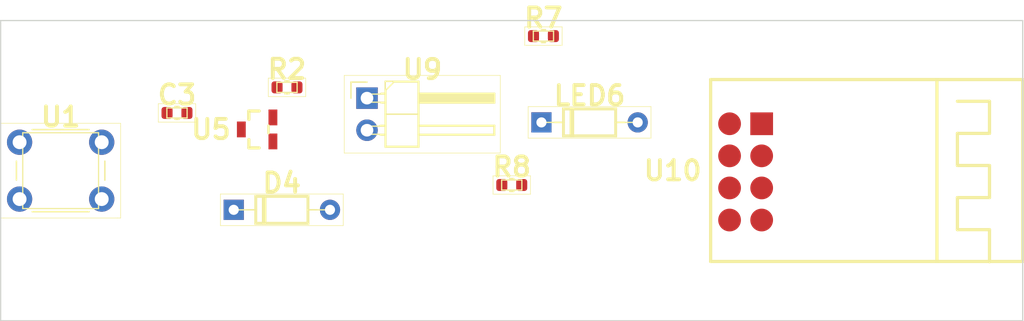
<source format=kicad_pcb>
(kicad_pcb
 (version 5)
 (host pcbnew 4.0.2-stable)
 (general
  (links 469)
  (no_connects 0)
  (area 0 0 80.89738407500124 23.761469615000248)
  (thickness 1.6002)
  (drawings 311)
  (tracks 3484)
  (zones 0)
  (modules 338)
  (nets 131))
 (page A3)
 (title_block
  (title GH60)
  (date "20 jan 2014")
  (rev B)
  (company "geekhack GH60 design team"))
 (layers
  (0 F.Cu signal)
  (31 B.Cu signal)
  (32 B.Adhes user)
  (33 F.Adhes user)
  (34 B.Paste user)
  (35 F.Paste user)
  (36 B.SilkS user)
  (37 F.SilkS user)
  (38 B.Mask user)
  (39 F.Mask user)
  (40 Dwgs.User user)
  (41 Cmts.User user)
  (42 Eco1.User user)
  (43 Eco2.User user)
  (44 Edge.Cuts user)
  (48 B.Fab user)
  (49 F.Fab user))
 (setup
  (last_trace_width 0.4064)
  (user_trace_width 0.254)
  (user_trace_width 0.4064)
  (user_trace_width 0.889)
  (trace_clearance 0.127)
  (zone_clearance 0.307299)
  (zone_45_only yes)
  (trace_min 0.127)
  (segment_width 2)
  (edge_width 0.0991)
  (via_size 1)
  (via_drill 0.4)
  (via_min_size 1)
  (via_min_drill 0.4)
  (uvia_size 0.508)
  (uvia_drill 0.127)
  (uvias_allowed no)
  (uvia_min_size 0.508)
  (uvia_min_drill 0.127)
  (pcb_text_width 0.3048)
  (pcb_text_size 1.524 2.032)
  (mod_edge_width 0.3)
  (mod_text_size 1.524 1.524)
  (mod_text_width 0.3048)
  (pad_size 0.9 0.9)
  (pad_drill 0.9)
  (pad_to_mask_clearance 0.1016)
  (pad_to_paste_clearance -0.02)
  (aux_axis_origin 62.29 64.62)
  (visible_elements FFFFFFFF)
  (pcbplotparams
   (layerselection 0x012a0_00000000)
   (usegerberextensions false)
   (excludeedgelayer true)
   (linewidth 0.15)
   (plotframeref false)
   (viasonmask false)
   (mode 1)
   (useauxorigin false)
   (hpglpennumber 1)
   (hpglpenspeed 20)
   (hpglpendiameter 15)
   (hpglpenoverlay 0)
   (psnegative false)
   (psa4output false)
   (plotreference true)
   (plotvalue false)
   (plotinvisibletext false)
   (padsonsilk false)
   (subtractmaskfromsilk false)
   (outputformat 4)
   (mirror false)
   (drillshape 0)
   (scaleselection 1)
   (outputdirectory gerber/)))
 (net 1 "1")
 (net 2 "2")
 (net 3 "3")
 (module "U1" (layer F.Cu)
   (tedit 0)
   (tstamp 0)
   (at 1.4999999016341126 9.63073419272689 0.0)
   (path placeholder)
   (fp_text
    reference
    "U1"
    (at 3.25 -2 0)
    (layer F.SilkS)
    (effects (font (size 1.524 1.524) (thickness 0.3048))))
   (fp_line (start 3.25 -0.75) (end 6.25 -0.75) (layer F.SilkS) (width 0.1))
   (fp_line (start 6.25 -0.75) (end 6.25 5.25) (layer F.SilkS) (width 0.1))
   (fp_line (start 6.25 5.25) (end 0.25 5.25) (layer F.SilkS) (width 0.1))
   (fp_line (start 0.25 5.25) (end 0.25 -0.75) (layer F.SilkS) (width 0.1))
   (fp_line (start 0.25 -0.75) (end 3.25 -0.75) (layer F.SilkS) (width 0.1))
   (fp_line (start 7.75 6) (end 8 6) (layer F.SilkS) (width 0.05))
   (fp_line (start 8 6) (end 8 5.75) (layer F.SilkS) (width 0.05))
   (fp_line (start 7.75 -1.5) (end 8 -1.5) (layer F.SilkS) (width 0.05))
   (fp_line (start 8 -1.5) (end 8 -1.25) (layer F.SilkS) (width 0.05))
   (fp_line (start -1.5 -1.25) (end -1.5 -1.5) (layer F.SilkS) (width 0.05))
   (fp_line (start -1.5 -1.5) (end -1.25 -1.5) (layer F.SilkS) (width 0.05))
   (fp_line (start -1.5 5.75) (end -1.5 6) (layer F.SilkS) (width 0.05))
   (fp_line (start -1.5 6) (end -1.25 6) (layer F.SilkS) (width 0.05))
   (fp_line (start -1.25 -1.5) (end 7.75 -1.5) (layer F.SilkS) (width 0.05))
   (fp_line (start -1.5 5.75) (end -1.5 -1.25) (layer F.SilkS) (width 0.05))
   (fp_line (start 7.75 6) (end -1.25 6) (layer F.SilkS) (width 0.05))
   (fp_line (start 8 -1.25) (end 8 5.75) (layer F.SilkS) (width 0.05))
   (fp_line (start 1 5.5) (end 5.5 5.5) (layer F.SilkS) (width 0.12))
   (fp_line (start -0.25 1.5) (end -0.25 3) (layer F.SilkS) (width 0.12))
   (fp_line (start 5.5 -1) (end 1 -1) (layer F.SilkS) (width 0.12))
   (fp_line (start 6.75 3) (end 6.75 1.5) (layer F.SilkS) (width 0.12))
   (pad
    2
    thru_hole
    circle
    (at 0 4.5 90.0)
    (size 2 2)
    (drill 1.1)
    (layers *.Cu *.Mask)
    (net 1 "1"))
   (pad
    1
    thru_hole
    circle
    (at 0 0 90.0)
    (size 2 2)
    (drill 1.1)
    (layers *.Cu *.Mask)
    (net 1 "1"))
   (pad
    2
    thru_hole
    circle
    (at 6.5 4.5 90.0)
    (size 2 2)
    (drill 1.1)
    (layers *.Cu *.Mask)
    (net 1 "1"))
   (pad
    1
    thru_hole
    circle
    (at 6.5 0 90.0)
    (size 2 2)
    (drill 1.1)
    (layers *.Cu *.Mask)
    (net 1 "1"))
   (fp_text
    user
    "right/2"
    (at 0 4.5 90)
    (layer Eco1.User)
    (effects (font (size 0.2 0.2) (thickness 0.05))))
   (fp_text
    user
    "right/2"
    (at 0 0 90)
    (layer Eco1.User)
    (effects (font (size 0.2 0.2) (thickness 0.05))))
   (fp_text
    user
    "right/2"
    (at 6.5 4.5 90)
    (layer Eco1.User)
    (effects (font (size 0.2 0.2) (thickness 0.05))))
   (fp_text
    user
    "right/2"
    (at 6.5 0 90)
    (layer Eco1.User)
    (effects (font (size 0.2 0.2) (thickness 0.05)))))
 (module "R2" (layer F.Cu)
   (tedit 0)
   (tstamp 0)
   (at 22.666361050354467 5.288929262990563 0.0)
   (path placeholder)
   (fp_text
    reference
    "R2"
    (at 0 -1.43 0)
    (layer F.SilkS)
    (effects (font (size 1.524 1.524) (thickness 0.3048))))
   (fp_line (start -0.8 0.4) (end -0.8 -0.4) (layer F.SilkS) (width 0.1))
   (fp_line (start -0.8 -0.4) (end 0.8 -0.4) (layer F.SilkS) (width 0.1))
   (fp_line (start 0.8 -0.4) (end 0.8 0.4) (layer F.SilkS) (width 0.1))
   (fp_line (start 0.8 0.4) (end -0.8 0.4) (layer F.SilkS) (width 0.1))
   (fp_line
    (start -0.162779 -0.51)
    (end 0.162779 -0.51)
    (layer F.SilkS)
    (width 0.12))
   (fp_line
    (start -0.162779 0.51)
    (end 0.162779 0.51)
    (layer F.SilkS)
    (width 0.12))
   (fp_line (start -1.48 0.73) (end -1.48 -0.73) (layer F.SilkS) (width 0.05))
   (fp_line (start -1.48 -0.73) (end 1.48 -0.73) (layer F.SilkS) (width 0.05))
   (fp_line (start 1.48 -0.73) (end 1.48 0.73) (layer F.SilkS) (width 0.05))
   (fp_line (start 1.48 0.73) (end -1.48 0.73) (layer F.SilkS) (width 0.05))
   (pad
    1
    smd
    roundrect
    (at -0.7875 0 0.0)
    (size 0.875 0.95)
    (layers F.Cu F.Paste F.Mask)
    (net 1 "1"))
   (pad
    2
    smd
    roundrect
    (at 0.7875 0 0.0)
    (size 0.875 0.95)
    (layers F.Cu F.Paste F.Mask)
    (net 2 "2"))
   (fp_text
    user
    "left/1"
    (at -0.7875 0 90)
    (layer Eco1.User)
    (effects (font (size 0.2 0.2) (thickness 0.05))))
   (fp_text
    user
    "right/2"
    (at 0.7875 0 90)
    (layer Eco1.User)
    (effects (font (size 0.2 0.2) (thickness 0.05)))))
 (module "C3" (layer F.Cu)
   (tedit 0)
   (tstamp 0)
   (at 13.959203192661622 7.313134269383734 0.0)
   (path placeholder)
   (fp_text
    reference
    "C3"
    (at 0 -1.43 0)
    (layer F.SilkS)
    (effects (font (size 1.524 1.524) (thickness 0.3048))))
   (fp_line (start -0.8 0.4) (end -0.8 -0.4) (layer F.SilkS) (width 0.1))
   (fp_line (start -0.8 -0.4) (end 0.8 -0.4) (layer F.SilkS) (width 0.1))
   (fp_line (start 0.8 -0.4) (end 0.8 0.4) (layer F.SilkS) (width 0.1))
   (fp_line (start 0.8 0.4) (end -0.8 0.4) (layer F.SilkS) (width 0.1))
   (fp_line
    (start -0.162779 -0.51)
    (end 0.162779 -0.51)
    (layer F.SilkS)
    (width 0.12))
   (fp_line
    (start -0.162779 0.51)
    (end 0.162779 0.51)
    (layer F.SilkS)
    (width 0.12))
   (fp_line (start -1.48 0.73) (end -1.48 -0.73) (layer F.SilkS) (width 0.05))
   (fp_line (start -1.48 -0.73) (end 1.48 -0.73) (layer F.SilkS) (width 0.05))
   (fp_line (start 1.48 -0.73) (end 1.48 0.73) (layer F.SilkS) (width 0.05))
   (fp_line (start 1.48 0.73) (end -1.48 0.73) (layer F.SilkS) (width 0.05))
   (pad
    1
    smd
    roundrect
    (at -0.7875 0 0.0)
    (size 0.875 0.95)
    (layers F.Cu F.Paste F.Mask)
    (net 2 "2"))
   (pad
    2
    smd
    roundrect
    (at 0.7875 0 0.0)
    (size 0.875 0.95)
    (layers F.Cu F.Paste F.Mask)
    (net 2 "2"))
   (fp_text
    user
    "left/1"
    (at -0.7875 0 90)
    (layer Eco1.User)
    (effects (font (size 0.2 0.2) (thickness 0.05))))
   (fp_text
    user
    "right/2"
    (at 0.7875 0 90)
    (layer Eco1.User)
    (effects (font (size 0.2 0.2) (thickness 0.05)))))
 (module "D4" (layer F.Cu)
   (tedit 0)
   (tstamp 0)
   (at 18.449343157169025 14.981286327542826 0.0)
   (path placeholder)
   (fp_text
    reference
    "D4"
    (at 3.81 -2.12 0)
    (layer F.SilkS)
    (effects (font (size 1.524 1.524) (thickness 0.3048))))
   (fp_line (start 1.81 -1) (end 1.81 1) (layer F.SilkS) (width 0.1))
   (fp_line (start 1.81 1) (end 5.81 1) (layer F.SilkS) (width 0.1))
   (fp_line (start 5.81 1) (end 5.81 -1) (layer F.SilkS) (width 0.1))
   (fp_line (start 5.81 -1) (end 1.81 -1) (layer F.SilkS) (width 0.1))
   (fp_line (start 0 0) (end 1.81 0) (layer F.SilkS) (width 0.1))
   (fp_line (start 7.62 0) (end 5.81 0) (layer F.SilkS) (width 0.1))
   (fp_line (start 2.41 -1) (end 2.41 1) (layer F.SilkS) (width 0.1))
   (fp_line (start 2.51 -1) (end 2.51 1) (layer F.SilkS) (width 0.1))
   (fp_line (start 2.31 -1) (end 2.31 1) (layer F.SilkS) (width 0.1))
   (fp_line (start 1.69 -1.12) (end 1.69 1.12) (layer F.SilkS) (width 0.12))
   (fp_line (start 1.69 1.12) (end 5.93 1.12) (layer F.SilkS) (width 0.12))
   (fp_line (start 5.93 1.12) (end 5.93 -1.12) (layer F.SilkS) (width 0.12))
   (fp_line (start 5.93 -1.12) (end 1.69 -1.12) (layer F.SilkS) (width 0.12))
   (fp_line (start 1.04 0) (end 1.69 0) (layer F.SilkS) (width 0.12))
   (fp_line (start 6.58 0) (end 5.93 0) (layer F.SilkS) (width 0.12))
   (fp_line (start 2.41 -1.12) (end 2.41 1.12) (layer F.SilkS) (width 0.12))
   (fp_line (start 2.53 -1.12) (end 2.53 1.12) (layer F.SilkS) (width 0.12))
   (fp_line (start 2.29 -1.12) (end 2.29 1.12) (layer F.SilkS) (width 0.12))
   (fp_line (start -1.05 -1.25) (end -1.05 1.25) (layer F.SilkS) (width 0.05))
   (fp_line (start -1.05 1.25) (end 8.67 1.25) (layer F.SilkS) (width 0.05))
   (fp_line (start 8.67 1.25) (end 8.67 -1.25) (layer F.SilkS) (width 0.05))
   (fp_line (start 8.67 -1.25) (end -1.05 -1.25) (layer F.SilkS) (width 0.05))
   (pad
    1
    thru_hole
    rect
    (at 0 0 0.0)
    (size 1.6 1.6)
    (drill 0.8)
    (layers *.Cu *.Mask)
    (net 2 "2"))
   (pad
    2
    thru_hole
    oval
    (at 7.62 0 0.0)
    (size 1.6 1.6)
    (drill 0.8)
    (layers *.Cu *.Mask)
    (net 1 "1"))
   (fp_text
    user
    "anode/left/plus"
    (at 0 0 90)
    (layer Eco1.User)
    (effects (font (size 0.2 0.2) (thickness 0.05))))
   (fp_text
    user
    "right/minus/cathode"
    (at 7.62 0 90)
    (layer Eco1.User)
    (effects (font (size 0.2 0.2) (thickness 0.05)))))
 (module "U5" (layer F.Cu)
   (tedit 0)
   (tstamp 0)
   (at 20.301344066091186 8.618601407403245 0.0)
   (path placeholder)
   (fp_text
    reference
    "U5"
    (at -3.6499860000000126 0.0 0)
    (layer F.SilkS)
    (effects (font (size 1.524 1.524) (thickness 0.3048))))
   (fp_line
    (start 0.16509999999999536 1.4599919999999997)
    (end -0.6499860000000126 1.4599919999999997)
    (layer F.SilkS)
    (width 0.254))
   (fp_line
    (start -0.6499860000000126 1.4599919999999997)
    (end -0.6499860000000126 0.8001000000000147)
    (layer F.SilkS)
    (width 0.254))
   (fp_line
    (start -0.6499860000000126 -0.8001000000000005)
    (end -0.6499860000000126 -1.4599919999999997)
    (layer F.SilkS)
    (width 0.254))
   (fp_line
    (start -0.6499860000000126 -1.4599919999999997)
    (end -0.6499860000000126 -0.8001000000000005)
    (layer F.SilkS)
    (width 0.254))
   (fp_line
    (start -0.6499860000000126 -0.8001000000000005)
    (end -0.6499860000000126 -1.4599919999999997)
    (layer F.SilkS)
    (width 0.254))
   (fp_line
    (start -0.6499860000000126 -1.4599919999999997)
    (end 0.16509999999999536 -1.4599919999999997)
    (layer F.SilkS)
    (width 0.254))
   (fp_line
    (start 0.8999220000000037 0.29997400000000596)
    (end 0.8999220000000037 -0.29997399999999175)
    (layer F.SilkS)
    (width 0.19999959999999997))
   (pad
    3
    smd
    rect
    (at -1.2496799999999837 0.0 0.0)
    (size 0.6999985999999999 1.2500101999999997)
    (layers F.Cu F.Paste F.Mask)
    (net 2 "2"))
   (pad
    2
    smd
    rect
    (at 1.2496800000000121 -0.9499599999999901 0.0)
    (size 0.6999985999999999 1.2500101999999997)
    (layers F.Cu F.Paste F.Mask))
   (pad
    1
    smd
    rect
    (at 1.2496800000000121 0.9499600000000044 0.0)
    (size 0.6999985999999999 1.2500101999999997)
    (layers F.Cu F.Paste F.Mask)
    (net 3 "3"))
   (fp_text
    user
    "1"
    (at -1.2496799999999837 0.0 90)
    (layer Eco1.User)
    (effects (font (size 0.2 0.2) (thickness 0.05))))
   (fp_text
    user
    "2"
    (at 1.2496800000000121 -0.9499599999999901 90)
    (layer Eco1.User)
    (effects (font (size 0.2 0.2) (thickness 0.05))))
   (fp_text
    user
    "3"
    (at 1.2496800000000121 0.9499600000000044 90)
    (layer Eco1.User)
    (effects (font (size 0.2 0.2) (thickness 0.05)))))
 (module "LED6" (layer F.Cu)
   (tedit 0)
   (tstamp 0)
   (at 42.8058634533672 8.061397258667307 0.0)
   (path placeholder)
   (fp_text
    reference
    "LED6"
    (at 3.81 -2.12 0)
    (layer F.SilkS)
    (effects (font (size 1.524 1.524) (thickness 0.3048))))
   (fp_line (start 1.81 -1) (end 1.81 1) (layer F.SilkS) (width 0.1))
   (fp_line (start 1.81 1) (end 5.81 1) (layer F.SilkS) (width 0.1))
   (fp_line (start 5.81 1) (end 5.81 -1) (layer F.SilkS) (width 0.1))
   (fp_line (start 5.81 -1) (end 1.81 -1) (layer F.SilkS) (width 0.1))
   (fp_line (start 0 0) (end 1.81 0) (layer F.SilkS) (width 0.1))
   (fp_line (start 7.62 0) (end 5.81 0) (layer F.SilkS) (width 0.1))
   (fp_line (start 2.41 -1) (end 2.41 1) (layer F.SilkS) (width 0.1))
   (fp_line (start 2.51 -1) (end 2.51 1) (layer F.SilkS) (width 0.1))
   (fp_line (start 2.31 -1) (end 2.31 1) (layer F.SilkS) (width 0.1))
   (fp_line (start 1.69 -1.12) (end 1.69 1.12) (layer F.SilkS) (width 0.12))
   (fp_line (start 1.69 1.12) (end 5.93 1.12) (layer F.SilkS) (width 0.12))
   (fp_line (start 5.93 1.12) (end 5.93 -1.12) (layer F.SilkS) (width 0.12))
   (fp_line (start 5.93 -1.12) (end 1.69 -1.12) (layer F.SilkS) (width 0.12))
   (fp_line (start 1.04 0) (end 1.69 0) (layer F.SilkS) (width 0.12))
   (fp_line (start 6.58 0) (end 5.93 0) (layer F.SilkS) (width 0.12))
   (fp_line (start 2.41 -1.12) (end 2.41 1.12) (layer F.SilkS) (width 0.12))
   (fp_line (start 2.53 -1.12) (end 2.53 1.12) (layer F.SilkS) (width 0.12))
   (fp_line (start 2.29 -1.12) (end 2.29 1.12) (layer F.SilkS) (width 0.12))
   (fp_line (start -1.05 -1.25) (end -1.05 1.25) (layer F.SilkS) (width 0.05))
   (fp_line (start -1.05 1.25) (end 8.67 1.25) (layer F.SilkS) (width 0.05))
   (fp_line (start 8.67 1.25) (end 8.67 -1.25) (layer F.SilkS) (width 0.05))
   (fp_line (start 8.67 -1.25) (end -1.05 -1.25) (layer F.SilkS) (width 0.05))
   (pad
    1
    thru_hole
    rect
    (at 0 0 0.0)
    (size 1.6 1.6)
    (drill 0.8)
    (layers *.Cu *.Mask)
    (net 3 "3"))
   (pad
    2
    thru_hole
    oval
    (at 7.62 0 0.0)
    (size 1.6 1.6)
    (drill 0.8)
    (layers *.Cu *.Mask)
    (net 3 "3"))
   (fp_text
    user
    "left/plus"
    (at 0 0 90)
    (layer Eco1.User)
    (effects (font (size 0.2 0.2) (thickness 0.05))))
   (fp_text
    user
    "right/minus"
    (at 7.62 0 90)
    (layer Eco1.User)
    (effects (font (size 0.2 0.2) (thickness 0.05)))))
 (module "R7" (layer F.Cu)
   (tedit 0)
   (tstamp 0)
   (at 42.96414444098618 1.2299999642058328 0.0)
   (path placeholder)
   (fp_text
    reference
    "R7"
    (at 0 -1.43 0)
    (layer F.SilkS)
    (effects (font (size 1.524 1.524) (thickness 0.3048))))
   (fp_line (start -0.8 0.4) (end -0.8 -0.4) (layer F.SilkS) (width 0.1))
   (fp_line (start -0.8 -0.4) (end 0.8 -0.4) (layer F.SilkS) (width 0.1))
   (fp_line (start 0.8 -0.4) (end 0.8 0.4) (layer F.SilkS) (width 0.1))
   (fp_line (start 0.8 0.4) (end -0.8 0.4) (layer F.SilkS) (width 0.1))
   (fp_line
    (start -0.162779 -0.51)
    (end 0.162779 -0.51)
    (layer F.SilkS)
    (width 0.12))
   (fp_line
    (start -0.162779 0.51)
    (end 0.162779 0.51)
    (layer F.SilkS)
    (width 0.12))
   (fp_line (start -1.48 0.73) (end -1.48 -0.73) (layer F.SilkS) (width 0.05))
   (fp_line (start -1.48 -0.73) (end 1.48 -0.73) (layer F.SilkS) (width 0.05))
   (fp_line (start 1.48 -0.73) (end 1.48 0.73) (layer F.SilkS) (width 0.05))
   (fp_line (start 1.48 0.73) (end -1.48 0.73) (layer F.SilkS) (width 0.05))
   (pad
    1
    smd
    roundrect
    (at -0.7875 0 0.0)
    (size 0.875 0.95)
    (layers F.Cu F.Paste F.Mask)
    (net 3 "3"))
   (pad
    2
    smd
    roundrect
    (at 0.7875 0 0.0)
    (size 0.875 0.95)
    (layers F.Cu F.Paste F.Mask)
    (net 3 "3"))
   (fp_text
    user
    "left/1"
    (at -0.7875 0 90)
    (layer Eco1.User)
    (effects (font (size 0.2 0.2) (thickness 0.05))))
   (fp_text
    user
    "right/2"
    (at 0.7875 0 90)
    (layer Eco1.User)
    (effects (font (size 0.2 0.2) (thickness 0.05)))))
 (module "R8" (layer F.Cu)
   (tedit 0)
   (tstamp 0)
   (at 40.45698529238091 13.017109406171077 0.0)
   (path placeholder)
   (fp_text
    reference
    "R8"
    (at 0 -1.43 0)
    (layer F.SilkS)
    (effects (font (size 1.524 1.524) (thickness 0.3048))))
   (fp_line (start -0.8 0.4) (end -0.8 -0.4) (layer F.SilkS) (width 0.1))
   (fp_line (start -0.8 -0.4) (end 0.8 -0.4) (layer F.SilkS) (width 0.1))
   (fp_line (start 0.8 -0.4) (end 0.8 0.4) (layer F.SilkS) (width 0.1))
   (fp_line (start 0.8 0.4) (end -0.8 0.4) (layer F.SilkS) (width 0.1))
   (fp_line
    (start -0.162779 -0.51)
    (end 0.162779 -0.51)
    (layer F.SilkS)
    (width 0.12))
   (fp_line
    (start -0.162779 0.51)
    (end 0.162779 0.51)
    (layer F.SilkS)
    (width 0.12))
   (fp_line (start -1.48 0.73) (end -1.48 -0.73) (layer F.SilkS) (width 0.05))
   (fp_line (start -1.48 -0.73) (end 1.48 -0.73) (layer F.SilkS) (width 0.05))
   (fp_line (start 1.48 -0.73) (end 1.48 0.73) (layer F.SilkS) (width 0.05))
   (fp_line (start 1.48 0.73) (end -1.48 0.73) (layer F.SilkS) (width 0.05))
   (pad
    1
    smd
    roundrect
    (at -0.7875 0 0.0)
    (size 0.875 0.95)
    (layers F.Cu F.Paste F.Mask)
    (net 3 "3"))
   (pad
    2
    smd
    roundrect
    (at 0.7875 0 0.0)
    (size 0.875 0.95)
    (layers F.Cu F.Paste F.Mask)
    (net 3 "3"))
   (fp_text
    user
    "left/1"
    (at -0.7875 0 90)
    (layer Eco1.User)
    (effects (font (size 0.2 0.2) (thickness 0.05))))
   (fp_text
    user
    "right/2"
    (at 0.7875 0 90)
    (layer Eco1.User)
    (effects (font (size 0.2 0.2) (thickness 0.05)))))
 (module "U9" (layer F.Cu)
   (tedit 0)
   (tstamp 0)
   (at 28.999096673012943 6.141504063532388 0.0)
   (path placeholder)
   (fp_text
    reference
    "U9"
    (at 4.385 -2.27 0)
    (layer F.SilkS)
    (effects (font (size 1.524 1.524) (thickness 0.3048))))
   (fp_line (start 2.135 -1.27) (end 4.04 -1.27) (layer F.SilkS) (width 0.1))
   (fp_line (start 4.04 -1.27) (end 4.04 3.81) (layer F.SilkS) (width 0.1))
   (fp_line (start 4.04 3.81) (end 1.5 3.81) (layer F.SilkS) (width 0.1))
   (fp_line (start 1.5 3.81) (end 1.5 -0.635) (layer F.SilkS) (width 0.1))
   (fp_line (start 1.5 -0.635) (end 2.135 -1.27) (layer F.SilkS) (width 0.1))
   (fp_line (start -0.32 -0.32) (end 1.5 -0.32) (layer F.SilkS) (width 0.1))
   (fp_line (start -0.32 -0.32) (end -0.32 0.32) (layer F.SilkS) (width 0.1))
   (fp_line (start -0.32 0.32) (end 1.5 0.32) (layer F.SilkS) (width 0.1))
   (fp_line (start 4.04 -0.32) (end 10.04 -0.32) (layer F.SilkS) (width 0.1))
   (fp_line (start 10.04 -0.32) (end 10.04 0.32) (layer F.SilkS) (width 0.1))
   (fp_line (start 4.04 0.32) (end 10.04 0.32) (layer F.SilkS) (width 0.1))
   (fp_line (start -0.32 2.22) (end 1.5 2.22) (layer F.SilkS) (width 0.1))
   (fp_line (start -0.32 2.22) (end -0.32 2.86) (layer F.SilkS) (width 0.1))
   (fp_line (start -0.32 2.86) (end 1.5 2.86) (layer F.SilkS) (width 0.1))
   (fp_line (start 4.04 2.22) (end 10.04 2.22) (layer F.SilkS) (width 0.1))
   (fp_line (start 10.04 2.22) (end 10.04 2.86) (layer F.SilkS) (width 0.1))
   (fp_line (start 4.04 2.86) (end 10.04 2.86) (layer F.SilkS) (width 0.1))
   (fp_line (start 1.44 -1.33) (end 1.44 3.87) (layer F.SilkS) (width 0.12))
   (fp_line (start 1.44 3.87) (end 4.1 3.87) (layer F.SilkS) (width 0.12))
   (fp_line (start 4.1 3.87) (end 4.1 -1.33) (layer F.SilkS) (width 0.12))
   (fp_line (start 4.1 -1.33) (end 1.44 -1.33) (layer F.SilkS) (width 0.12))
   (fp_line (start 4.1 -0.38) (end 10.1 -0.38) (layer F.SilkS) (width 0.12))
   (fp_line (start 10.1 -0.38) (end 10.1 0.38) (layer F.SilkS) (width 0.12))
   (fp_line (start 10.1 0.38) (end 4.1 0.38) (layer F.SilkS) (width 0.12))
   (fp_line (start 4.1 -0.32) (end 10.1 -0.32) (layer F.SilkS) (width 0.12))
   (fp_line (start 4.1 -0.2) (end 10.1 -0.2) (layer F.SilkS) (width 0.12))
   (fp_line (start 4.1 -0.08) (end 10.1 -0.08) (layer F.SilkS) (width 0.12))
   (fp_line (start 4.1 0.04) (end 10.1 0.04) (layer F.SilkS) (width 0.12))
   (fp_line (start 4.1 0.16) (end 10.1 0.16) (layer F.SilkS) (width 0.12))
   (fp_line (start 4.1 0.28) (end 10.1 0.28) (layer F.SilkS) (width 0.12))
   (fp_line (start 1.11 -0.38) (end 1.44 -0.38) (layer F.SilkS) (width 0.12))
   (fp_line (start 1.11 0.38) (end 1.44 0.38) (layer F.SilkS) (width 0.12))
   (fp_line (start 1.44 1.27) (end 4.1 1.27) (layer F.SilkS) (width 0.12))
   (fp_line (start 4.1 2.16) (end 10.1 2.16) (layer F.SilkS) (width 0.12))
   (fp_line (start 10.1 2.16) (end 10.1 2.92) (layer F.SilkS) (width 0.12))
   (fp_line (start 10.1 2.92) (end 4.1 2.92) (layer F.SilkS) (width 0.12))
   (fp_line (start 1.042929 2.16) (end 1.44 2.16) (layer F.SilkS) (width 0.12))
   (fp_line (start 1.042929 2.92) (end 1.44 2.92) (layer F.SilkS) (width 0.12))
   (fp_line (start -1.27 0) (end -1.27 -1.27) (layer F.SilkS) (width 0.12))
   (fp_line (start -1.27 -1.27) (end 0 -1.27) (layer F.SilkS) (width 0.12))
   (fp_line (start -1.8 -1.8) (end -1.8 4.35) (layer F.SilkS) (width 0.05))
   (fp_line (start -1.8 4.35) (end 10.55 4.35) (layer F.SilkS) (width 0.05))
   (fp_line (start 10.55 4.35) (end 10.55 -1.8) (layer F.SilkS) (width 0.05))
   (fp_line (start 10.55 -1.8) (end -1.8 -1.8) (layer F.SilkS) (width 0.05))
   (pad
    1
    thru_hole
    rect
    (at 0 0 0.0)
    (size 1.7 1.7)
    (drill 1.0)
    (layers *.Cu *.Mask)
    (net 3 "3"))
   (pad
    2
    thru_hole
    oval
    (at 0 2.54 0.0)
    (size 1.7 1.7)
    (drill 1.0)
    (layers *.Cu *.Mask)
    (net 1 "1"))
   (fp_text
    user
    "pos"
    (at 0 0 90)
    (layer Eco1.User)
    (effects (font (size 0.2 0.2) (thickness 0.05))))
   (fp_text
    user
    "neg"
    (at 0 2.54 90)
    (layer Eco1.User)
    (effects (font (size 0.2 0.2) (thickness 0.05)))))
 (module "U10" (layer F.Cu)
   (tedit 0)
   (tstamp 0)
   (at 58.96738164417684 11.979730692726994 0.0)
   (path placeholder)
   (fp_text
    reference
    "U10"
    (at -5.769996999999648 -0.09899649999999838 0)
    (layer F.SilkS)
    (effects (font (size 1.524 1.524) (thickness 0.3048))))
   (fp_line
    (start 15.144038800000317 -7.23902540000006)
    (end 15.143988000000263 6.984974599999987)
    (layer F.SilkS)
    (width 0.254))
   (fp_line
    (start 16.764000000000124 -5.587999999999965)
    (end 19.304000000000087 -5.587999999999965)
    (layer F.SilkS)
    (width 0.254))
   (fp_line
    (start 19.304000000000087 -5.587999999999965)
    (end 19.304000000000087 -3.047999999999888)
    (layer F.SilkS)
    (width 0.254))
   (fp_line
    (start 19.304000000000087 -3.047999999999888)
    (end 16.764000000000124 -3.047999999999888)
    (layer F.SilkS)
    (width 0.254))
   (fp_line
    (start 16.764000000000124 -3.047999999999888)
    (end 16.764000000000124 -0.5080000000000382)
    (layer F.SilkS)
    (width 0.254))
   (fp_line
    (start 16.764000000000124 -0.5080000000000382)
    (end 19.304000000000087 -0.5080000000000382)
    (layer F.SilkS)
    (width 0.254))
   (fp_line
    (start 19.304000000000087 -0.5080000000000382)
    (end 19.304000000000087 2.032000000000039)
    (layer F.SilkS)
    (width 0.254))
   (fp_line
    (start 19.304000000000087 2.032000000000039)
    (end 16.764000000000124 2.032000000000039)
    (layer F.SilkS)
    (width 0.254))
   (fp_line
    (start 16.764000000000124 2.032000000000039)
    (end 16.764000000000124 4.572000000000003)
    (layer F.SilkS)
    (width 0.254))
   (fp_line
    (start 16.764000000000124 4.572000000000003)
    (end 19.304000000000087 4.572000000000003)
    (layer F.SilkS)
    (width 0.254))
   (fp_line
    (start 19.304000000000087 4.572000000000003)
    (end 19.304000000000087 7.11200000000008)
    (layer F.SilkS)
    (width 0.254))
   (fp_line
    (start -2.7699969999996483 -7.309993000000077)
    (end 21.93000440000037 -7.309993000000077)
    (layer F.SilkS)
    (width 0.254))
   (fp_line
    (start 21.93000440000037 -7.309993000000077)
    (end 21.93000440000037 7.090003599999932)
    (layer F.SilkS)
    (width 0.254))
   (fp_line
    (start 21.93000440000037 7.090003599999932)
    (end -2.7699969999996483 7.090003599999932)
    (layer F.SilkS)
    (width 0.254))
   (fp_line
    (start -2.7699969999996483 7.090003599999932)
    (end -2.7699969999996483 -7.309993000000077)
    (layer F.SilkS)
    (width 0.254))
   (pad
    8
    smd
    oval
    (at -1.2699999999997544 3.810000000000059 0.0)
    (size 1.7999964 1.7999964)
    (layers F.Cu F.Paste F.Mask)
    (net 1 "1"))
   (pad
    7
    smd
    oval
    (at -1.2699999999997544 1.2699999999999818 0.0)
    (size 1.7999964 1.7999964)
    (layers F.Cu F.Paste F.Mask))
   (pad
    6
    smd
    oval
    (at -1.2699999999997544 -1.2699999999999818 0.0)
    (size 1.7999964 1.7999964)
    (layers F.Cu F.Paste F.Mask))
   (pad
    5
    smd
    oval
    (at -1.2699999999997544 -3.8099999999999454 0.0)
    (size 1.7999964 1.7999964)
    (layers F.Cu F.Paste F.Mask))
   (pad
    4
    smd
    oval
    (at 1.2700000000002092 3.810000000000059 0.0)
    (size 1.7999964 1.7999964)
    (layers F.Cu F.Paste F.Mask))
   (pad
    3
    smd
    oval
    (at 1.2700000000002092 1.2699999999999818 0.0)
    (size 1.7999964 1.7999964)
    (layers F.Cu F.Paste F.Mask)
    (net 3 "3"))
   (pad
    2
    smd
    oval
    (at 1.2700000000002092 -1.2699999999999818 0.0)
    (size 1.7999964 1.7999964)
    (layers F.Cu F.Paste F.Mask)
    (net 3 "3"))
   (pad
    1
    smd
    rect
    (at 1.2700000000002092 -3.8099999999999454 0.0)
    (size 1.7999964 1.7999964)
    (layers F.Cu F.Paste F.Mask)
    (net 3 "3"))
   (fp_text
    user
    "GND"
    (at -1.2699999999997544 3.810000000000059 90)
    (layer Eco1.User)
    (effects (font (size 0.2 0.2) (thickness 0.05))))
   (fp_text
    user
    "GPIO2"
    (at -1.2699999999997544 1.2699999999999818 90)
    (layer Eco1.User)
    (effects (font (size 0.2 0.2) (thickness 0.05))))
   (fp_text
    user
    "GPIO0"
    (at -1.2699999999997544 -1.2699999999999818 90)
    (layer Eco1.User)
    (effects (font (size 0.2 0.2) (thickness 0.05))))
   (fp_text
    user
    "URXD"
    (at -1.2699999999997544 -3.8099999999999454 90)
    (layer Eco1.User)
    (effects (font (size 0.2 0.2) (thickness 0.05))))
   (fp_text
    user
    "UTXD"
    (at 1.2700000000002092 3.810000000000059 90)
    (layer Eco1.User)
    (effects (font (size 0.2 0.2) (thickness 0.05))))
   (fp_text
    user
    "CH_PD"
    (at 1.2700000000002092 1.2699999999999818 90)
    (layer Eco1.User)
    (effects (font (size 0.2 0.2) (thickness 0.05))))
   (fp_text
    user
    "RST"
    (at 1.2700000000002092 -1.2699999999999818 90)
    (layer Eco1.User)
    (effects (font (size 0.2 0.2) (thickness 0.05))))
   (fp_text
    user
    "VCC"
    (at 1.2700000000002092 -3.8099999999999454 90)
    (layer Eco1.User)
    (effects (font (size 0.2 0.2) (thickness 0.05)))))
 (gr_line (start 0 0) (end 80.89738407500124 0) (layer Edge.Cuts) (width 0.1))
 (gr_line
  (start 80.89738407500124 0)
  (end 80.89738407500124 23.761469615000248)
  (layer Edge.Cuts)
  (width 0.1))
 (gr_line
  (start 80.89738407500124 23.761469615000248)
  (end 0 23.761469615000248)
  (layer Edge.Cuts)
  (width 0.1))
 (gr_line
  (start 0 23.761469615000248)
  (end 0 0)
  (layer Edge.Cuts)
  (width 0.1)))

</source>
